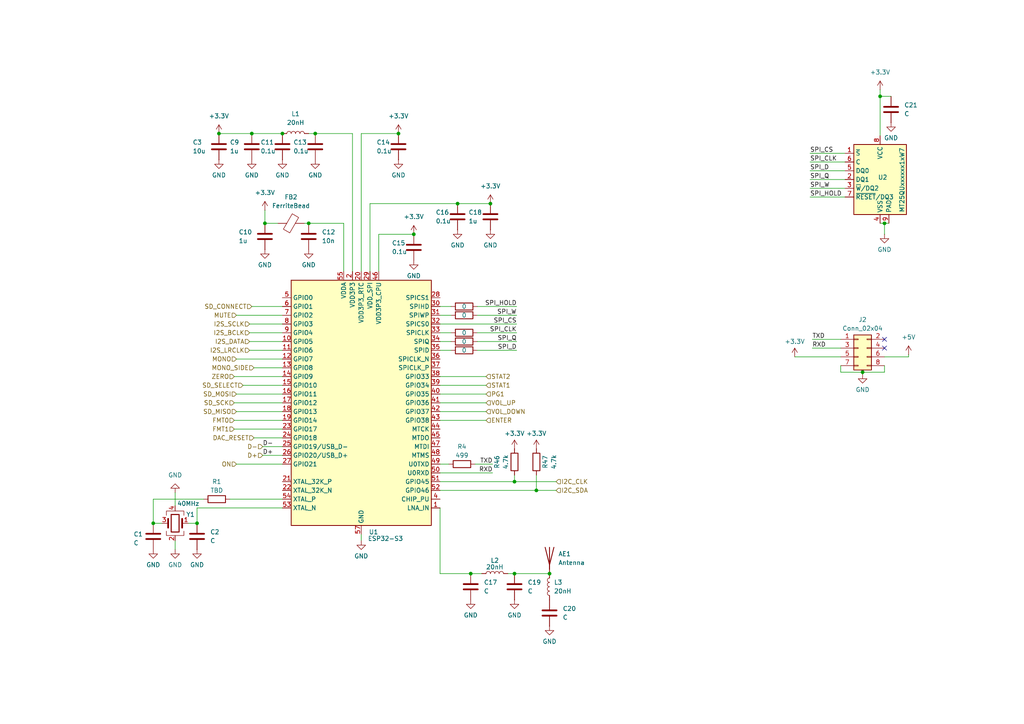
<source format=kicad_sch>
(kicad_sch (version 20231120) (generator "eeschema") (generator_version "8.0")
  (paper "A4")
  (lib_symbols
    (symbol "Device:Antenna" (pin_numbers hide) (pin_names (offset 1.016) hide)
      (property "Reference" "AE" (at -1.905 1.905 0))
      (property "Value" "Antenna" (at -1.905 0 0))
      (symbol "Antenna_0_1"
        (polyline (pts (xy 0 2.54) (xy 0 -3.81)) (stroke (width 0.254)))
        (polyline (pts (xy 1.27 2.54) (xy 0 -2.54) (xy -1.27 2.54)) (stroke (width 0.254)))
      )
      (symbol "Antenna_1_1"
        (pin input line (at 0 -5.08 90) (length 2.54) (name "A") (number "1"))
      )
    )
    (symbol "Device:C" (pin_numbers hide) (pin_names (offset 0.254))
      (property "Reference" "C" (at 0.635 2.54 0))
      (property "Value" "C" (at 0.635 -2.54 0))
      (symbol "C_0_1"
        (polyline (pts (xy -2.032 -0.762) (xy 2.032 -0.762)) (stroke (width 0.508)))
        (polyline (pts (xy -2.032 0.762) (xy 2.032 0.762)) (stroke (width 0.508)))
      )
      (symbol "C_1_1"
        (pin passive line (at 0 3.81 270) (length 2.794) (name "~") (number "1"))
        (pin passive line (at 0 -3.81 90) (length 2.794) (name "~") (number "2"))
      )
    )
    (symbol "Device:Crystal_GND24" (pin_names (offset 1.016) hide)
      (property "Reference" "Y" (at 3.175 5.08 0))
      (property "Value" "Crystal_GND24" (at 3.175 3.175 0))
      (symbol "Crystal_GND24_0_1"
        (rectangle (start -1.143 2.54) (end 1.143 -2.54) (stroke (width 0.3048)))
        (polyline (pts (xy -2.54 0) (xy -2.032 0)))
        (polyline (pts (xy -2.032 -1.27) (xy -2.032 1.27)) (stroke (width 0.508)))
        (polyline (pts (xy 0 -3.81) (xy 0 -3.556)))
        (polyline (pts (xy 0 3.556) (xy 0 3.81)))
        (polyline (pts (xy 2.032 -1.27) (xy 2.032 1.27)) (stroke (width 0.508)))
        (polyline (pts (xy 2.032 0) (xy 2.54 0)))
        (polyline (pts (xy -2.54 -2.286) (xy -2.54 -3.556) (xy 2.54 -3.556) (xy 2.54 -2.286)))
        (polyline (pts (xy -2.54 2.286) (xy -2.54 3.556) (xy 2.54 3.556) (xy 2.54 2.286)))
      )
      (symbol "Crystal_GND24_1_1"
        (pin passive line (at -3.81 0 0) (length 1.27) (name "1") (number "1"))
        (pin passive line (at 0 5.08 270) (length 1.27) (name "2") (number "2"))
        (pin passive line (at 3.81 0 180) (length 1.27) (name "3") (number "3"))
        (pin passive line (at 0 -5.08 90) (length 1.27) (name "4") (number "4"))
      )
    )
    (symbol "Device:FerriteBead" (pin_numbers hide) (pin_names (offset 0))
      (property "Reference" "FB" (at -3.81 0.635 90))
      (property "Value" "FerriteBead" (at 3.81 0 90))
      (symbol "FerriteBead_0_1"
        (polyline (pts (xy 0 -1.27) (xy 0 -1.2192)))
        (polyline (pts (xy 0 1.27) (xy 0 1.2954)))
        (polyline (pts (xy -2.7686 0.4064) (xy -1.7018 2.2606) (xy 2.7686 -0.3048) (xy 1.6764 -2.159) (xy -2.7686 0.4064)))
      )
      (symbol "FerriteBead_1_1"
        (pin passive line (at 0 3.81 270) (length 2.54) (name "~") (number "1"))
        (pin passive line (at 0 -3.81 90) (length 2.54) (name "~") (number "2"))
      )
    )
    (symbol "Device:L" (pin_numbers hide) (pin_names (offset 1.016) hide)
      (property "Reference" "L" (at -1.27 0 90))
      (property "Value" "L" (at 1.905 0 90))
      (symbol "L_0_1"
        (arc (start 0 -2.54) (mid 0.6323 -1.905) (end 0 -1.27))
        (arc (start 0 -1.27) (mid 0.6323 -0.635) (end 0 0))
        (arc (start 0 0) (mid 0.6323 0.635) (end 0 1.27))
        (arc (start 0 1.27) (mid 0.6323 1.905) (end 0 2.54))
      )
      (symbol "L_1_1"
        (pin passive line (at 0 3.81 270) (length 1.27) (name "1") (number "1"))
        (pin passive line (at 0 -3.81 90) (length 1.27) (name "2") (number "2"))
      )
    )
    (symbol "Device:R" (pin_numbers hide) (pin_names (offset 0))
      (property "Reference" "R" (at 2.032 0 90))
      (property "Value" "R" (at 0 0 90))
      (symbol "R_0_1"
        (rectangle (start -1.016 -2.54) (end 1.016 2.54) (stroke (width 0.254)))
      )
      (symbol "R_1_1"
        (pin passive line (at 0 3.81 270) (length 1.27) (name "~") (number "1"))
        (pin passive line (at 0 -3.81 90) (length 1.27) (name "~") (number "2"))
      )
    )
    (symbol "MCU_Espressif:ESP32-S3"
      (property "Reference" "U" (at 10.16 -38.1 0))
      (property "Value" "ESP32-S3" (at 13.97 -40.64 0))
      (symbol "ESP32-S3_0_1"
        (rectangle (start -20.32 35.56) (end 20.32 -35.56) (stroke (width 0.254)) (fill (type background)))
      )
      (symbol "ESP32-S3_1_0"
        (pin bidirectional line (at 22.86 12.7 180) (length 2.54) (name "SPICLK_N") (number "36"))
        (pin bidirectional line (at 22.86 -10.16 180) (length 2.54) (name "MTDO") (number "45"))
        (pin bidirectional line (at 22.86 -22.86 180) (length 2.54) (name "GPIO45") (number "51"))
        (pin passive line (at -5.08 38.1 270) (length 2.54) hide (name "VDDA") (number "56"))
      )
      (symbol "ESP32-S3_1_1"
        (pin bidirectional line (at 22.86 -30.48 180) (length 2.54) (name "LNA_IN") (number "1"))
        (pin bidirectional line (at -22.86 17.78 0) (length 2.54) (name "GPIO5") (number "10"))
        (pin bidirectional line (at -22.86 15.24 0) (length 2.54) (name "GPIO6") (number "11"))
        (pin bidirectional line (at -22.86 12.7 0) (length 2.54) (name "GPIO7") (number "12"))
        (pin bidirectional line (at -22.86 10.16 0) (length 2.54) (name "GPIO8") (number "13"))
        (pin bidirectional line (at -22.86 7.62 0) (length 2.54) (name "GPIO9") (number "14"))
        (pin bidirectional line (at -22.86 5.08 0) (length 2.54) (name "GPIO10") (number "15"))
        (pin bidirectional line (at -22.86 2.54 0) (length 2.54) (name "GPIO11") (number "16"))
        (pin bidirectional line (at -22.86 0 0) (length 2.54) (name "GPIO12") (number "17"))
        (pin bidirectional line (at -22.86 -2.54 0) (length 2.54) (name "GPIO13") (number "18"))
        (pin bidirectional line (at -22.86 -5.08 0) (length 2.54) (name "GPIO14") (number "19"))
        (pin power_in line (at -2.54 38.1 270) (length 2.54) (name "VDD3P3") (number "2"))
        (pin power_in line (at 0 38.1 270) (length 2.54) (name "VDD3P3_RTC") (number "20"))
        (pin passive line (at -22.86 -22.86 0) (length 2.54) (name "XTAL_32K_P") (number "21"))
        (pin passive line (at -22.86 -25.4 0) (length 2.54) (name "XTAL_32K_N") (number "22"))
        (pin bidirectional line (at -22.86 -7.62 0) (length 2.54) (name "GPIO17") (number "23"))
        (pin bidirectional line (at -22.86 -10.16 0) (length 2.54) (name "GPIO18") (number "24"))
        (pin bidirectional line (at -22.86 -12.7 0) (length 2.54) (name "GPIO19/USB_D-") (number "25"))
        (pin bidirectional line (at -22.86 -15.24 0) (length 2.54) (name "GPIO20/USB_D+") (number "26"))
        (pin bidirectional line (at -22.86 -17.78 0) (length 2.54) (name "GPIO21") (number "27"))
        (pin bidirectional line (at 22.86 30.48 180) (length 2.54) (name "SPICS1") (number "28"))
        (pin power_in line (at 2.54 38.1 270) (length 2.54) (name "VDD_SPI") (number "29"))
        (pin passive line (at -2.54 38.1 270) (length 2.54) hide (name "VDD3P3") (number "3"))
        (pin bidirectional line (at 22.86 27.94 180) (length 2.54) (name "SPIHD") (number "30"))
        (pin bidirectional line (at 22.86 25.4 180) (length 2.54) (name "SPIWP") (number "31"))
        (pin bidirectional line (at 22.86 22.86 180) (length 2.54) (name "SPICS0") (number "32"))
        (pin bidirectional line (at 22.86 20.32 180) (length 2.54) (name "SPICLK") (number "33"))
        (pin bidirectional line (at 22.86 17.78 180) (length 2.54) (name "SPIQ") (number "34"))
        (pin bidirectional line (at 22.86 15.24 180) (length 2.54) (name "SPID") (number "35"))
        (pin bidirectional line (at 22.86 10.16 180) (length 2.54) (name "SPICLK_P") (number "37"))
        (pin bidirectional line (at 22.86 7.62 180) (length 2.54) (name "GPIO33") (number "38"))
        (pin bidirectional line (at 22.86 5.08 180) (length 2.54) (name "GPIO34") (number "39"))
        (pin input line (at 22.86 -27.94 180) (length 2.54) (name "CHIP_PU") (number "4"))
        (pin bidirectional line (at 22.86 2.54 180) (length 2.54) (name "GPIO35") (number "40"))
        (pin bidirectional line (at 22.86 0 180) (length 2.54) (name "GPIO36") (number "41"))
        (pin bidirectional line (at 22.86 -2.54 180) (length 2.54) (name "GPIO37") (number "42"))
        (pin bidirectional line (at 22.86 -5.08 180) (length 2.54) (name "GPIO38") (number "43"))
        (pin bidirectional line (at 22.86 -7.62 180) (length 2.54) (name "MTCK") (number "44"))
        (pin power_in line (at 5.08 38.1 270) (length 2.54) (name "VDD3P3_CPU") (number "46"))
        (pin bidirectional line (at 22.86 -12.7 180) (length 2.54) (name "MTDI") (number "47"))
        (pin bidirectional line (at 22.86 -15.24 180) (length 2.54) (name "MTMS") (number "48"))
        (pin bidirectional line (at 22.86 -17.78 180) (length 2.54) (name "U0TXD") (number "49"))
        (pin bidirectional line (at -22.86 30.48 0) (length 2.54) (name "GPIO0") (number "5"))
        (pin bidirectional line (at 22.86 -20.32 180) (length 2.54) (name "U0RXD") (number "50"))
        (pin bidirectional line (at 22.86 -25.4 180) (length 2.54) (name "GPIO46") (number "52"))
        (pin output line (at -22.86 -30.48 0) (length 2.54) (name "XTAL_N") (number "53"))
        (pin input line (at -22.86 -27.94 0) (length 2.54) (name "XTAL_P") (number "54"))
        (pin power_in line (at -5.08 38.1 270) (length 2.54) (name "VDDA") (number "55"))
        (pin power_in line (at 0 -38.1 90) (length 2.54) (name "GND") (number "57"))
        (pin bidirectional line (at -22.86 27.94 0) (length 2.54) (name "GPIO1") (number "6"))
        (pin bidirectional line (at -22.86 25.4 0) (length 2.54) (name "GPIO2") (number "7"))
        (pin bidirectional line (at -22.86 22.86 0) (length 2.54) (name "GPIO3") (number "8"))
        (pin bidirectional line (at -22.86 20.32 0) (length 2.54) (name "GPIO4") (number "9"))
      )
    )
    (symbol "Memory_Flash:MT25QUxxxxxx1xW7"
      (property "Reference" "U" (at -10.16 10.16 0))
      (property "Value" "MT25QUxxxxxx1xW7" (at 8.89 11.43 0))
      (symbol "MT25QUxxxxxx1xW7_0_1"
        (rectangle (start -7.62 10.16) (end 7.62 -10.16) (stroke (width 0.254)) (fill (type background)))
      )
      (symbol "MT25QUxxxxxx1xW7_1_1"
        (pin input line (at -10.16 7.62 0) (length 2.54) (name "~{S}") (number "1"))
        (pin bidirectional line (at -10.16 0 0) (length 2.54) (name "DQ1") (number "2"))
        (pin input line (at -10.16 -2.54 0) (length 2.54) (name "~{W}/DQ2") (number "3"))
        (pin power_in line (at 0 -12.7 90) (length 2.54) (name "VSS") (number "4"))
        (pin bidirectional line (at -10.16 2.54 0) (length 2.54) (name "DQ0") (number "5"))
        (pin input line (at -10.16 5.08 0) (length 2.54) (name "C") (number "6"))
        (pin input line (at -10.16 -5.08 0) (length 2.54) (name "~{RESET}/DQ3") (number "7"))
        (pin power_in line (at 0 12.7 270) (length 2.54) (name "VCC") (number "8"))
        (pin power_in line (at 2.54 -12.7 90) (length 2.54) (name "PAD") (number "9"))
      )
    )
    (symbol "PCM_4ms_Connector:Conn_02x04" (pin_names (offset 1.016) hide)
      (property "Reference" "J" (at 1.27 5.08 0))
      (property "Value" "Conn_02x04" (at 1.27 -7.62 0))
      (symbol "Conn_02x04_1_1"
        (rectangle (start -1.27 -4.953) (end 0 -5.207) (stroke (width 0.1524)))
        (rectangle (start -1.27 -2.413) (end 0 -2.667) (stroke (width 0.1524)))
        (rectangle (start -1.27 0.127) (end 0 -0.127) (stroke (width 0.1524)))
        (rectangle (start -1.27 2.667) (end 0 2.413) (stroke (width 0.1524)))
        (rectangle (start -1.27 3.81) (end 3.81 -6.35) (stroke (width 0.254)) (fill (type background)))
        (rectangle (start 3.81 -4.953) (end 2.54 -5.207) (stroke (width 0.1524)))
        (rectangle (start 3.81 -2.413) (end 2.54 -2.667) (stroke (width 0.1524)))
        (rectangle (start 3.81 0.127) (end 2.54 -0.127) (stroke (width 0.1524)))
        (rectangle (start 3.81 2.667) (end 2.54 2.413) (stroke (width 0.1524)))
        (pin passive line (at -5.08 2.54 0) (length 3.81) (name "Pin_1") (number "1"))
        (pin passive line (at 7.62 2.54 180) (length 3.81) (name "Pin_2") (number "2"))
        (pin passive line (at -5.08 0 0) (length 3.81) (name "Pin_3") (number "3"))
        (pin passive line (at 7.62 0 180) (length 3.81) (name "Pin_4") (number "4"))
        (pin passive line (at -5.08 -2.54 0) (length 3.81) (name "Pin_5") (number "5"))
        (pin passive line (at 7.62 -2.54 180) (length 3.81) (name "Pin_6") (number "6"))
        (pin passive line (at -5.08 -5.08 0) (length 3.81) (name "Pin_7") (number "7"))
        (pin passive line (at 7.62 -5.08 180) (length 3.81) (name "Pin_8") (number "8"))
      )
    )
    (symbol "power:+3.3V" (power) (pin_numbers hide) (pin_names (offset 0) hide)
      (property "Value" "+3.3V" (at 0 3.556 0))
      (symbol "+3.3V_0_1"
        (polyline (pts (xy -0.762 1.27) (xy 0 2.54)))
        (polyline (pts (xy 0 0) (xy 0 2.54)))
        (polyline (pts (xy 0 2.54) (xy 0.762 1.27)))
      )
      (symbol "+3.3V_1_1"
        (pin power_in line (at 0 0 90) (length 0) (name "~") (number "1"))
      )
    )
    (symbol "power:+5V" (power) (pin_numbers hide) (pin_names (offset 0) hide)
      (property "Value" "+5V" (at 0 3.556 0))
      (symbol "+5V_0_1"
        (polyline (pts (xy -0.762 1.27) (xy 0 2.54)))
        (polyline (pts (xy 0 0) (xy 0 2.54)))
        (polyline (pts (xy 0 2.54) (xy 0.762 1.27)))
      )
      (symbol "+5V_1_1"
        (pin power_in line (at 0 0 90) (length 0) (name "~") (number "1"))
      )
    )
    (symbol "power:GND" (power) (pin_numbers hide) (pin_names (offset 0) hide)
      (property "Value" "GND" (at 0 -3.81 0))
      (symbol "GND_0_1"
        (polyline (pts (xy 0 0) (xy 0 -1.27) (xy 1.27 -1.27) (xy 0 -2.54) (xy -1.27 -1.27) (xy 0 -1.27)))
      )
      (symbol "GND_1_1"
        (pin power_in line (at 0 0 270) (length 0) (name "~") (number "1"))
      )
    )
  )
  (junction (at 91.44 38.735))
  (junction (at 120.015 67.945))
  (junction (at 149.225 166.37))
  (junction (at 89.535 64.77))
  (junction (at 142.24 59.055))
  (junction (at 73.025 38.735))
  (junction (at 44.45 151.765))
  (junction (at 115.57 38.735))
  (junction (at 159.385 166.37))
  (junction (at 63.5 38.735))
  (junction (at 132.715 59.055))
  (junction (at 81.915 38.735))
  (junction (at 250.19 107.95))
  (junction (at 136.525 166.37))
  (junction (at 76.835 64.77))
  (junction (at 256.54 64.77))
  (junction (at 155.575 142.24))
  (junction (at 255.27 27.94))
  (junction (at 149.225 139.7))
  (junction (at 57.15 151.765))
  (no_connect (at 256.54 98.425))
  (no_connect (at 256.54 100.965))
  (wire (pts (xy 127.635 166.37) (xy 127.635 147.32)))
  (wire (pts (xy 256.54 103.505) (xy 263.525 103.505)))
  (wire (pts (xy 138.43 96.52) (xy 149.86 96.52)))
  (wire (pts (xy 68.58 104.14) (xy 81.915 104.14)))
  (wire (pts (xy 67.945 109.22) (xy 81.915 109.22)))
  (wire (pts (xy 127.635 99.06) (xy 130.81 99.06)))
  (wire (pts (xy 245.11 46.99) (xy 234.95 46.99)))
  (wire (pts (xy 243.84 98.425) (xy 235.585 98.425)))
  (wire (pts (xy 136.525 166.37) (xy 139.7 166.37)))
  (wire (pts (xy 67.945 124.46) (xy 81.915 124.46)))
  (wire (pts (xy 138.43 99.06) (xy 149.86 99.06)))
  (wire (pts (xy 137.795 134.62) (xy 142.875 134.62)))
  (wire (pts (xy 245.11 52.07) (xy 234.95 52.07)))
  (wire (pts (xy 107.315 59.055) (xy 132.715 59.055)))
  (wire (pts (xy 250.19 107.95) (xy 256.54 107.95)))
  (wire (pts (xy 140.97 114.3) (xy 127.635 114.3)))
  (wire (pts (xy 127.635 96.52) (xy 130.81 96.52)))
  (wire (pts (xy 68.58 91.44) (xy 81.915 91.44)))
  (wire (pts (xy 67.945 116.84) (xy 81.915 116.84)))
  (wire (pts (xy 230.505 103.505) (xy 243.84 103.505)))
  (wire (pts (xy 67.945 121.92) (xy 81.915 121.92)))
  (wire (pts (xy 72.39 96.52) (xy 81.915 96.52)))
  (wire (pts (xy 140.97 109.22) (xy 127.635 109.22)))
  (wire (pts (xy 76.835 60.96) (xy 76.835 64.77)))
  (wire (pts (xy 155.575 137.795) (xy 155.575 142.24)))
  (wire (pts (xy 255.27 27.94) (xy 255.27 39.37)))
  (wire (pts (xy 245.11 44.45) (xy 234.95 44.45)))
  (wire (pts (xy 104.775 78.74) (xy 104.775 38.735)))
  (wire (pts (xy 127.635 142.24) (xy 155.575 142.24)))
  (wire (pts (xy 256.54 64.77) (xy 257.81 64.77)))
  (wire (pts (xy 63.5 38.735) (xy 73.025 38.735)))
  (wire (pts (xy 250.19 108.585) (xy 250.19 107.95)))
  (wire (pts (xy 243.84 107.95) (xy 243.84 106.045)))
  (wire (pts (xy 107.315 59.055) (xy 107.315 78.74)))
  (wire (pts (xy 81.915 132.08) (xy 76.2 132.08)))
  (wire (pts (xy 88.265 64.77) (xy 89.535 64.77)))
  (wire (pts (xy 44.45 144.78) (xy 44.45 151.765)))
  (wire (pts (xy 245.11 49.53) (xy 234.95 49.53)))
  (wire (pts (xy 68.58 114.3) (xy 81.915 114.3)))
  (wire (pts (xy 250.19 107.95) (xy 243.84 107.95)))
  (wire (pts (xy 72.39 93.98) (xy 81.915 93.98)))
  (wire (pts (xy 73.66 127) (xy 81.915 127)))
  (wire (pts (xy 140.97 119.38) (xy 127.635 119.38)))
  (wire (pts (xy 59.055 144.78) (xy 44.45 144.78)))
  (wire (pts (xy 73.025 38.735) (xy 81.915 38.735)))
  (wire (pts (xy 255.27 26.035) (xy 255.27 27.94)))
  (wire (pts (xy 109.855 78.74) (xy 109.855 67.945)))
  (wire (pts (xy 245.11 57.15) (xy 234.95 57.15)))
  (wire (pts (xy 76.2 129.54) (xy 81.915 129.54)))
  (wire (pts (xy 89.535 38.735) (xy 91.44 38.735)))
  (wire (pts (xy 89.535 64.77) (xy 99.695 64.77)))
  (wire (pts (xy 127.635 134.62) (xy 130.175 134.62)))
  (wire (pts (xy 140.97 121.92) (xy 127.635 121.92)))
  (wire (pts (xy 50.8 159.385) (xy 50.8 156.845)))
  (wire (pts (xy 155.575 142.24) (xy 161.29 142.24)))
  (wire (pts (xy 73.66 106.68) (xy 81.915 106.68)))
  (wire (pts (xy 50.8 142.875) (xy 50.8 146.685)))
  (wire (pts (xy 127.635 93.98) (xy 149.86 93.98)))
  (wire (pts (xy 147.32 166.37) (xy 149.225 166.37)))
  (wire (pts (xy 76.835 64.77) (xy 80.645 64.77)))
  (wire (pts (xy 149.225 166.37) (xy 159.385 166.37)))
  (wire (pts (xy 138.43 91.44) (xy 149.86 91.44)))
  (wire (pts (xy 109.855 67.945) (xy 120.015 67.945)))
  (wire (pts (xy 57.15 151.765) (xy 54.61 151.765)))
  (wire (pts (xy 91.44 38.735) (xy 102.235 38.735)))
  (wire (pts (xy 132.715 59.055) (xy 142.24 59.055)))
  (wire (pts (xy 149.225 139.7) (xy 161.29 139.7)))
  (wire (pts (xy 149.225 137.795) (xy 149.225 139.7)))
  (wire (pts (xy 256.54 107.95) (xy 256.54 106.045)))
  (wire (pts (xy 263.525 102.87) (xy 263.525 103.505)))
  (wire (pts (xy 127.635 91.44) (xy 130.81 91.44)))
  (wire (pts (xy 104.775 38.735) (xy 115.57 38.735)))
  (wire (pts (xy 68.58 134.62) (xy 81.915 134.62)))
  (wire (pts (xy 138.43 101.6) (xy 149.86 101.6)))
  (wire (pts (xy 127.635 166.37) (xy 136.525 166.37)))
  (wire (pts (xy 99.695 78.74) (xy 99.695 64.77)))
  (wire (pts (xy 243.84 100.965) (xy 235.585 100.965)))
  (wire (pts (xy 104.775 156.845) (xy 104.775 154.94)))
  (wire (pts (xy 68.58 119.38) (xy 81.915 119.38)))
  (wire (pts (xy 57.15 147.32) (xy 57.15 151.765)))
  (wire (pts (xy 72.39 99.06) (xy 81.915 99.06)))
  (wire (pts (xy 140.97 111.76) (xy 127.635 111.76)))
  (wire (pts (xy 57.15 147.32) (xy 81.915 147.32)))
  (wire (pts (xy 44.45 151.765) (xy 46.99 151.765)))
  (wire (pts (xy 73.025 88.9) (xy 81.915 88.9)))
  (wire (pts (xy 81.915 111.76) (xy 70.485 111.76)))
  (wire (pts (xy 138.43 88.9) (xy 149.86 88.9)))
  (wire (pts (xy 127.635 137.16) (xy 142.875 137.16)))
  (wire (pts (xy 102.235 78.74) (xy 102.235 38.735)))
  (wire (pts (xy 140.97 116.84) (xy 127.635 116.84)))
  (wire (pts (xy 245.11 54.61) (xy 234.95 54.61)))
  (wire (pts (xy 66.675 144.78) (xy 81.915 144.78)))
  (wire (pts (xy 127.635 88.9) (xy 130.81 88.9)))
  (wire (pts (xy 255.27 64.77) (xy 256.54 64.77)))
  (wire (pts (xy 256.54 64.77) (xy 256.54 67.945)))
  (wire (pts (xy 127.635 139.7) (xy 149.225 139.7)))
  (wire (pts (xy 255.27 27.94) (xy 258.445 27.94)))
  (wire (pts (xy 127.635 101.6) (xy 130.81 101.6)))
  (wire (pts (xy 72.39 101.6) (xy 81.915 101.6)))
  (label "SPI_Q" (at 149.86 99.06 180))
  (label "RXD" (at 235.585 100.965 0))
  (label "SPI_CLK" (at 234.95 46.99 0))
  (label "RXD" (at 142.875 137.16 180))
  (label "SPI_D" (at 149.86 101.6 180))
  (label "SPI_HOLD" (at 149.86 88.9 180))
  (label "SPI_CS" (at 234.95 44.45 0))
  (label "TXD" (at 235.585 98.425 0))
  (label "SPI_Q" (at 234.95 52.07 0))
  (label "SPI_W" (at 149.86 91.44 180))
  (label "D+" (at 76.2 132.08 0))
  (label "SPI_HOLD" (at 234.95 57.15 0))
  (label "SPI_CS" (at 149.86 93.98 180))
  (label "SPI_W" (at 234.95 54.61 0))
  (label "SPI_D" (at 234.95 49.53 0))
  (label "SPI_CLK" (at 149.86 96.52 180))
  (label "TXD" (at 142.875 134.62 180))
  (label "D-" (at 76.2 129.54 0))
  (hierarchical_label "D-" (shape input) (at 76.2 129.54 180))
  (hierarchical_label "I2S_DATA" (shape input) (at 72.39 99.06 180))
  (hierarchical_label "SD_SCK" (shape input) (at 67.945 116.84 180))
  (hierarchical_label "ENTER" (shape input) (at 140.97 121.92 0))
  (hierarchical_label "STAT2" (shape input) (at 140.97 109.22 0))
  (hierarchical_label "MUTE" (shape input) (at 68.58 91.44 180))
  (hierarchical_label "VOL_UP" (shape input) (at 140.97 116.84 0))
  (hierarchical_label "SD_MOSI" (shape input) (at 68.58 114.3 180))
  (hierarchical_label "I2S_LRCLK" (shape input) (at 72.39 101.6 180))
  (hierarchical_label "VOL_DOWN" (shape input) (at 140.97 119.38 0))
  (hierarchical_label "I2S_SCLK" (shape input) (at 72.39 93.98 180))
  (hierarchical_label "FMT0" (shape input) (at 67.945 121.92 180))
  (hierarchical_label "MONO_SIDE" (shape input) (at 73.66 106.68 180))
  (hierarchical_label "I2C_SDA" (shape input) (at 161.29 142.24 0))
  (hierarchical_label "FMT1" (shape input) (at 67.945 124.46 180))
  (hierarchical_label "I2S_BCLK" (shape input) (at 72.39 96.52 180))
  (hierarchical_label "SD_CONNECT" (shape input) (at 73.025 88.9 180))
  (hierarchical_label "DAC_RESET" (shape input) (at 73.66 127 180))
  (hierarchical_label "SD_MISO" (shape input) (at 68.58 119.38 180))
  (hierarchical_label "STAT1" (shape input) (at 140.97 111.76 0))
  (hierarchical_label "MONO" (shape input) (at 68.58 104.14 180))
  (hierarchical_label "D+" (shape input) (at 76.2 132.08 180))
  (hierarchical_label "SD_SELECT" (shape input) (at 70.485 111.76 180))
  (hierarchical_label "PG1" (shape input) (at 140.97 114.3 0))
  (hierarchical_label "I2C_CLK" (shape input) (at 161.29 139.7 0))
  (hierarchical_label "ON" (shape input) (at 68.58 134.62 180))
  (hierarchical_label "ZERO" (shape input) (at 67.945 109.22 180))
  (symbol (lib_id "power:GND") (at 91.44 46.355 0) (unit 1)
    (property "Reference" "#PWR026" (effects (hide yes)))
    (property "Value" "GND" (at 91.44 50.8 0))
    (property "Description" "Power symbol creates a global label with name \"GND\" , ground" (effects (hide yes)))
  )
  (symbol (lib_id "Device:R") (at 62.865 144.78 90) (unit 1)
    (property "Reference" "R1" (at 62.865 139.7 90))
    (property "Value" "TBD" (at 62.865 142.24 90))
    (property "Footprint" "Diode_SMD:D_0402_1005Metric" (effects (hide yes)))
    (property "Description" "Resistor" (effects (hide yes)))
  )
  (symbol (lib_id "power:GND") (at 44.45 159.385 0) (unit 1)
    (property "Reference" "#PWR01" (effects (hide yes)))
    (property "Value" "GND" (at 44.45 163.83 0))
    (property "Description" "Power symbol creates a global label with name \"GND\" , ground" (effects (hide yes)))
  )
  (symbol (lib_id "Device:C") (at 44.45 155.575 0) (unit 1)
    (property "Reference" "C1" (at 38.735 154.94 0) (effects (justify left)))
    (property "Value" "C" (at 38.735 157.48 0) (effects (justify left)))
    (property "Footprint" "Capacitor_SMD:C_0402_1005Metric" (effects (hide yes)))
    (property "Description" "Unpolarized capacitor" (effects (hide yes)))
  )
  (symbol (lib_id "MCU_Espressif:ESP32-S3") (at 104.775 116.84 0) (unit 1)
    (property "Reference" "U1" (at 106.9691 154.305 0) (effects (justify left)))
    (property "Value" "ESP32-S3" (at 106.68 156.21 0) (effects (justify left)))
    (property "Footprint" "Package_DFN_QFN:QFN-56-1EP_7x7mm_P0.4mm_EP4x4mm" (effects (hide yes)))
    (property "Datasheet" "https://www.espressif.com/sites/default/files/documentation/esp32-s3_datasheet_en.pdf" (effects (hide yes)))
    (property "Description" "Microcontroller, Wi-Fi 802.11b/g/n, Bluetooth, 32bit" (effects (hide yes)))
  )
  (symbol (lib_id "power:GND") (at 159.385 181.61 0) (unit 1)
    (property "Reference" "#PWR037" (effects (hide yes)))
    (property "Value" "GND" (at 159.385 186.055 0))
    (property "Description" "Power symbol creates a global label with name \"GND\" , ground" (effects (hide yes)))
  )
  (symbol (lib_id "Device:C") (at 63.5 42.545 0) (unit 1)
    (property "Reference" "C3" (at 55.88 41.275 0) (effects (justify left)))
    (property "Value" "10u" (at 55.88 43.815 0) (effects (justify left)))
    (property "Footprint" "Capacitor_SMD:C_0402_1005Metric" (effects (hide yes)))
    (property "Description" "Unpolarized capacitor" (effects (hide yes)))
  )
  (symbol (lib_id "power:GND") (at 149.225 173.99 0) (unit 1)
    (property "Reference" "#PWR036" (effects (hide yes)))
    (property "Value" "GND" (at 149.225 178.435 0))
    (property "Description" "Power symbol creates a global label with name \"GND\" , ground" (effects (hide yes)))
  )
  (symbol (lib_id "Device:Crystal_GND24") (at 50.8 151.765 180) (unit 1)
    (property "Reference" "Y1" (at 55.245 149.225 0))
    (property "Value" "40MHz" (at 54.61 146.05 0))
    (property "Footprint" "Crystal:Crystal_SMD_SeikoEpson_TSX3225-4Pin_3.2x2.5mm" (effects (hide yes)))
    (property "Description" "Four pin crystal, GND on pins 2 and 4" (effects (hide yes)))
  )
  (symbol (lib_id "power:GND") (at 115.57 46.355 0) (unit 1)
    (property "Reference" "#PWR029" (effects (hide yes)))
    (property "Value" "GND" (at 115.57 50.8 0))
    (property "Description" "Power symbol creates a global label with name \"GND\" , ground" (effects (hide yes)))
  )
  (symbol (lib_id "Device:C") (at 89.535 68.58 0) (unit 1)
    (property "Reference" "C12" (at 93.345 67.3099 0) (effects (justify left)))
    (property "Value" "10n" (at 93.345 69.8499 0) (effects (justify left)))
    (property "Footprint" "Capacitor_SMD:C_0402_1005Metric" (effects (hide yes)))
    (property "Description" "Unpolarized capacitor" (effects (hide yes)))
  )
  (symbol (lib_id "power:+3.3V") (at 142.24 59.055 0) (unit 1)
    (property "Reference" "#PWR034" (effects (hide yes)))
    (property "Value" "+3.3V" (at 142.24 53.975 0))
    (property "Description" "Power symbol creates a global label with name \"+3.3V\"" (effects (hide yes)))
  )
  (symbol (lib_id "Device:R") (at 134.62 91.44 90) (unit 1)
    (property "Reference" "R6" (effects (hide yes)))
    (property "Value" "0" (at 134.62 91.44 90))
    (property "Footprint" "Diode_SMD:D_0402_1005Metric" (effects (hide yes)))
    (property "Description" "Resistor" (effects (hide yes)))
  )
  (symbol (lib_id "power:GND") (at 73.025 46.355 0) (unit 1)
    (property "Reference" "#PWR07" (effects (hide yes)))
    (property "Value" "GND" (at 73.025 50.8 0))
    (property "Description" "Power symbol creates a global label with name \"GND\" , ground" (effects (hide yes)))
  )
  (symbol (lib_id "power:GND") (at 250.19 108.585 0) (unit 1)
    (property "Reference" "#PWR039" (effects (hide yes)))
    (property "Value" "GND" (at 250.19 113.03 0))
    (property "Description" "Power symbol creates a global label with name \"GND\" , ground" (effects (hide yes)))
  )
  (symbol (lib_id "PCM_4ms_Connector:Conn_02x04") (at 248.92 100.965 0) (unit 1)
    (property "Reference" "J2" (at 250.19 92.71 0))
    (property "Value" "Conn_02x04" (at 250.19 95.25 0))
    (property "Footprint" "4ms_Connector:Pins_2x04_2.54mm_TH" (effects (hide yes)))
    (property "Description" "HEADER 2x4 MALE PINS 0.100” 180deg" (effects (hide yes)))
    (property "Specifications" "HEADER 2x4 MALE PINS 0.100” 180deg" (effects (hide yes)))
    (property "Manufacturer" "TAD" (effects (hide yes)))
    (property "Part Number" "1-0802FBV0T" (effects (hide yes)))
  )
  (symbol (lib_id "Device:R") (at 149.225 133.985 180) (unit 1)
    (property "Reference" "R46" (at 144.145 133.985 90))
    (property "Value" "4.7k" (at 146.685 133.985 90))
    (property "Footprint" "Diode_SMD:D_0402_1005Metric" (effects (hide yes)))
    (property "Description" "Resistor" (effects (hide yes)))
  )
  (symbol (lib_id "Device:R") (at 134.62 88.9 90) (unit 1)
    (property "Reference" "R5" (effects (hide yes)))
    (property "Value" "0" (at 134.62 88.9 90))
    (property "Footprint" "Diode_SMD:D_0402_1005Metric" (effects (hide yes)))
    (property "Description" "Resistor" (effects (hide yes)))
  )
  (symbol (lib_id "power:GND") (at 132.715 66.675 0) (unit 1)
    (property "Reference" "#PWR032" (effects (hide yes)))
    (property "Value" "GND" (at 132.715 71.12 0))
    (property "Description" "Power symbol creates a global label with name \"GND\" , ground" (effects (hide yes)))
  )
  (symbol (lib_id "power:GND") (at 258.445 35.56 0) (unit 1)
    (property "Reference" "#PWR042" (effects (hide yes)))
    (property "Value" "GND" (at 258.445 40.005 0))
    (property "Description" "Power symbol creates a global label with name \"GND\" , ground" (effects (hide yes)))
  )
  (symbol (lib_id "power:GND") (at 89.535 72.39 0) (unit 1)
    (property "Reference" "#PWR025" (effects (hide yes)))
    (property "Value" "GND" (at 89.535 76.835 0))
    (property "Description" "Power symbol creates a global label with name \"GND\" , ground" (effects (hide yes)))
  )
  (symbol (lib_id "power:+3.3V") (at 155.575 130.175 0) (unit 1)
    (property "Reference" "#PWR0106" (effects (hide yes)))
    (property "Value" "+3.3V" (at 155.575 125.73 0))
    (property "Description" "Power symbol creates a global label with name \"+3.3V\"" (effects (hide yes)))
  )
  (symbol (lib_id "Device:C") (at 136.525 170.18 0) (unit 1)
    (property "Reference" "C17" (at 140.335 168.9099 0) (effects (justify left)))
    (property "Value" "C" (at 140.335 171.4499 0) (effects (justify left)))
    (property "Footprint" "Capacitor_SMD:C_0402_1005Metric" (effects (hide yes)))
    (property "Description" "Unpolarized capacitor" (effects (hide yes)))
  )
  (symbol (lib_id "power:+3.3V") (at 63.5 38.735 0) (unit 1)
    (property "Reference" "#PWR05" (effects (hide yes)))
    (property "Value" "+3.3V" (at 63.5 33.655 0))
    (property "Description" "Power symbol creates a global label with name \"+3.3V\"" (effects (hide yes)))
  )
  (symbol (lib_id "power:+3.3V") (at 230.505 103.505 0) (unit 1)
    (property "Reference" "#PWR038" (effects (hide yes)))
    (property "Value" "+3.3V" (at 230.505 99.06 0))
    (property "Description" "Power symbol creates a global label with name \"+3.3V\"" (effects (hide yes)))
  )
  (symbol (lib_id "Memory_Flash:MT25QUxxxxxx1xW7") (at 255.27 52.07 0) (unit 1)
    (property "Reference" "U2" (at 254.635 51.435 0) (effects (justify left)))
    (property "Value" "MT25QUxxxxxx1xW7" (at 261.62 61.595 90) (effects (justify left)))
    (property "Footprint" "Package_DFN_QFN:W-PDFN-8-1EP_6x5mm_P1.27mm_EP3x3mm" (effects (hide yes)))
    (property "Datasheet" "https://media-www.micron.com/-/media/client/global/documents/products/data-sheet/nor-flash/serial-nor/mt25q/die-rev-a/mt25q_qljs_u_256_aba_0.pdf" (effects (hide yes)))
    (property "Description" "Micron 128M/256M/512M/1G/2Gbit, 1.8V Multiple I/O Serial NOR Flash Memory, W-PDFN-8" (effects (hide yes)))
  )
  (symbol (lib_id "Device:C") (at 57.15 155.575 0) (unit 1)
    (property "Reference" "C2" (at 60.96 154.3049 0) (effects (justify left)))
    (property "Value" "C" (at 60.96 156.8449 0) (effects (justify left)))
    (property "Footprint" "Capacitor_SMD:C_0402_1005Metric" (effects (hide yes)))
    (property "Description" "Unpolarized capacitor" (effects (hide yes)))
  )
  (symbol (lib_id "power:GND") (at 142.24 66.675 0) (unit 1)
    (property "Reference" "#PWR035" (effects (hide yes)))
    (property "Value" "GND" (at 142.24 71.12 0))
    (property "Description" "Power symbol creates a global label with name \"GND\" , ground" (effects (hide yes)))
  )
  (symbol (lib_id "Device:L") (at 143.51 166.37 90) (unit 1)
    (property "Reference" "L2" (at 143.51 162.56 90))
    (property "Value" "20nH" (at 143.51 164.465 90))
    (property "Footprint" "LED_SMD:LED_0603_1608Metric" (effects (hide yes)))
    (property "Description" "Inductor" (effects (hide yes)))
  )
  (symbol (lib_id "power:GND") (at 120.015 75.565 0) (unit 1)
    (property "Reference" "#PWR031" (effects (hide yes)))
    (property "Value" "GND" (at 120.015 80.01 0))
    (property "Description" "Power symbol creates a global label with name \"GND\" , ground" (effects (hide yes)))
  )
  (symbol (lib_id "Device:C") (at 149.225 170.18 0) (unit 1)
    (property "Reference" "C19" (at 153.035 168.9099 0) (effects (justify left)))
    (property "Value" "C" (at 153.035 171.4499 0) (effects (justify left)))
    (property "Footprint" "Capacitor_SMD:C_0402_1005Metric" (effects (hide yes)))
    (property "Description" "Unpolarized capacitor" (effects (hide yes)))
  )
  (symbol (lib_id "power:+3.3V") (at 149.225 130.175 0) (unit 1)
    (property "Reference" "#PWR0105" (effects (hide yes)))
    (property "Value" "+3.3V" (at 149.225 125.73 0))
    (property "Description" "Power symbol creates a global label with name \"+3.3V\"" (effects (hide yes)))
  )
  (symbol (lib_id "Device:R") (at 134.62 99.06 90) (unit 1)
    (property "Reference" "R8" (effects (hide yes)))
    (property "Value" "0" (at 134.62 99.06 90))
    (property "Footprint" "Diode_SMD:D_0402_1005Metric" (effects (hide yes)))
    (property "Description" "Resistor" (effects (hide yes)))
  )
  (symbol (lib_id "power:+3.3V") (at 120.015 67.945 0) (unit 1)
    (property "Reference" "#PWR030" (effects (hide yes)))
    (property "Value" "+3.3V" (at 120.015 62.865 0))
    (property "Description" "Power symbol creates a global label with name \"+3.3V\"" (effects (hide yes)))
  )
  (symbol (lib_id "Device:R") (at 134.62 101.6 90) (unit 1)
    (property "Reference" "R37" (effects (hide yes)))
    (property "Value" "0" (at 134.62 101.6 90))
    (property "Footprint" "Diode_SMD:D_0402_1005Metric" (effects (hide yes)))
    (property "Description" "Resistor" (effects (hide yes)))
  )
  (symbol (lib_id "power:GND") (at 50.8 142.875 180) (unit 1)
    (property "Reference" "#PWR02" (effects (hide yes)))
    (property "Value" "GND" (at 50.8 137.795 0))
    (property "Description" "Power symbol creates a global label with name \"GND\" , ground" (effects (hide yes)))
  )
  (symbol (lib_id "Device:C") (at 91.44 42.545 0) (unit 1)
    (property "Reference" "C13" (at 85.09 41.275 0) (effects (justify left)))
    (property "Value" "0.1u" (at 85.09 43.815 0) (effects (justify left)))
    (property "Footprint" "Capacitor_SMD:C_0402_1005Metric" (effects (hide yes)))
    (property "Description" "Unpolarized capacitor" (effects (hide yes)))
  )
  (symbol (lib_id "Device:R") (at 155.575 133.985 180) (unit 1)
    (property "Reference" "R47" (at 158.115 133.985 90))
    (property "Value" "4.7k" (at 160.655 133.985 90))
    (property "Footprint" "Diode_SMD:D_0402_1005Metric" (effects (hide yes)))
    (property "Description" "Resistor" (effects (hide yes)))
  )
  (symbol (lib_id "Device:L") (at 159.385 170.18 180) (unit 1)
    (property "Reference" "L3" (at 160.655 168.9099 0) (effects (justify right)))
    (property "Value" "20nH" (at 160.655 171.4499 0) (effects (justify right)))
    (property "Footprint" "LED_SMD:LED_0603_1608Metric" (effects (hide yes)))
    (property "Description" "Inductor" (effects (hide yes)))
  )
  (symbol (lib_id "power:GND") (at 76.835 72.39 0) (unit 1)
    (property "Reference" "#PWR023" (effects (hide yes)))
    (property "Value" "GND" (at 76.835 76.835 0))
    (property "Description" "Power symbol creates a global label with name \"GND\" , ground" (effects (hide yes)))
  )
  (symbol (lib_id "power:GND") (at 256.54 67.945 0) (unit 1)
    (property "Reference" "#PWR041" (effects (hide yes)))
    (property "Value" "GND" (at 256.54 72.39 0))
    (property "Description" "Power symbol creates a global label with name \"GND\" , ground" (effects (hide yes)))
  )
  (symbol (lib_id "Device:C") (at 142.24 62.865 0) (unit 1)
    (property "Reference" "C18" (at 135.89 61.595 0) (effects (justify left)))
    (property "Value" "1u" (at 135.89 64.135 0) (effects (justify left)))
    (property "Footprint" "Capacitor_SMD:C_0402_1005Metric" (effects (hide yes)))
    (property "Description" "Unpolarized capacitor" (effects (hide yes)))
  )
  (symbol (lib_id "power:GND") (at 104.775 156.845 0) (unit 1)
    (property "Reference" "#PWR027" (effects (hide yes)))
    (property "Value" "GND" (at 104.775 161.29 0))
    (property "Description" "Power symbol creates a global label with name \"GND\" , ground" (effects (hide yes)))
  )
  (symbol (lib_id "Device:C") (at 159.385 177.8 0) (unit 1)
    (property "Reference" "C20" (at 163.195 176.5299 0) (effects (justify left)))
    (property "Value" "C" (at 163.195 179.0699 0) (effects (justify left)))
    (property "Footprint" "Capacitor_SMD:C_0402_1005Metric" (effects (hide yes)))
    (property "Description" "Unpolarized capacitor" (effects (hide yes)))
  )
  (symbol (lib_id "power:GND") (at 50.8 159.385 0) (unit 1)
    (property "Reference" "#PWR03" (effects (hide yes)))
    (property "Value" "GND" (at 50.8 163.83 0))
    (property "Description" "Power symbol creates a global label with name \"GND\" , ground" (effects (hide yes)))
  )
  (symbol (lib_id "power:GND") (at 63.5 46.355 0) (unit 1)
    (property "Reference" "#PWR06" (effects (hide yes)))
    (property "Value" "GND" (at 63.5 50.8 0))
    (property "Description" "Power symbol creates a global label with name \"GND\" , ground" (effects (hide yes)))
  )
  (symbol (lib_id "Device:R") (at 133.985 134.62 90) (unit 1)
    (property "Reference" "R4" (at 133.985 129.54 90))
    (property "Value" "499" (at 133.985 132.08 90))
    (property "Footprint" "Diode_SMD:D_0402_1005Metric" (effects (hide yes)))
    (property "Description" "Resistor" (effects (hide yes)))
  )
  (symbol (lib_id "Device:C") (at 76.835 68.58 0) (unit 1)
    (property "Reference" "C10" (at 69.215 67.31 0) (effects (justify left)))
    (property "Value" "1u" (at 69.215 69.85 0) (effects (justify left)))
    (property "Footprint" "Capacitor_SMD:C_0402_1005Metric" (effects (hide yes)))
    (property "Description" "Unpolarized capacitor" (effects (hide yes)))
  )
  (symbol (lib_id "Device:C") (at 115.57 42.545 0) (unit 1)
    (property "Reference" "C14" (at 109.22 41.275 0) (effects (justify left)))
    (property "Value" "0.1u" (at 109.22 43.815 0) (effects (justify left)))
    (property "Footprint" "Capacitor_SMD:C_0402_1005Metric" (effects (hide yes)))
    (property "Description" "Unpolarized capacitor" (effects (hide yes)))
  )
  (symbol (lib_id "Device:C") (at 120.015 71.755 0) (unit 1)
    (property "Reference" "C15" (at 113.665 70.485 0) (effects (justify left)))
    (property "Value" "0.1u" (at 113.665 73.025 0) (effects (justify left)))
    (property "Footprint" "Capacitor_SMD:C_0402_1005Metric" (effects (hide yes)))
    (property "Description" "Unpolarized capacitor" (effects (hide yes)))
  )
  (symbol (lib_id "power:+3.3V") (at 255.27 26.035 0) (unit 1)
    (property "Reference" "#PWR040" (effects (hide yes)))
    (property "Value" "+3.3V" (at 255.27 20.955 0))
    (property "Description" "Power symbol creates a global label with name \"+3.3V\"" (effects (hide yes)))
  )
  (symbol (lib_id "Device:R") (at 134.62 96.52 90) (unit 1)
    (property "Reference" "R7" (effects (hide yes)))
    (property "Value" "0" (at 134.62 96.52 90))
    (property "Footprint" "Diode_SMD:D_0402_1005Metric" (effects (hide yes)))
    (property "Description" "Resistor" (effects (hide yes)))
  )
  (symbol (lib_id "power:+3.3V") (at 76.835 60.96 0) (unit 1)
    (property "Reference" "#PWR08" (effects (hide yes)))
    (property "Value" "+3.3V" (at 76.835 55.88 0))
    (property "Description" "Power symbol creates a global label with name \"+3.3V\"" (effects (hide yes)))
  )
  (symbol (lib_id "Device:C") (at 81.915 42.545 0) (unit 1)
    (property "Reference" "C11" (at 75.565 41.275 0) (effects (justify left)))
    (property "Value" "0.1u" (at 75.565 43.815 0) (effects (justify left)))
    (property "Footprint" "Capacitor_SMD:C_0402_1005Metric" (effects (hide yes)))
    (property "Description" "Unpolarized capacitor" (effects (hide yes)))
  )
  (symbol (lib_id "Device:C") (at 132.715 62.865 0) (unit 1)
    (property "Reference" "C16" (at 126.365 61.595 0) (effects (justify left)))
    (property "Value" "0.1u" (at 126.365 64.135 0) (effects (justify left)))
    (property "Footprint" "Capacitor_SMD:C_0402_1005Metric" (effects (hide yes)))
    (property "Description" "Unpolarized capacitor" (effects (hide yes)))
  )
  (symbol (lib_id "power:GND") (at 81.915 46.355 0) (unit 1)
    (property "Reference" "#PWR024" (effects (hide yes)))
    (property "Value" "GND" (at 81.915 50.8 0))
    (property "Description" "Power symbol creates a global label with name \"GND\" , ground" (effects (hide yes)))
  )
  (symbol (lib_id "Device:L") (at 85.725 38.735 90) (unit 1)
    (property "Reference" "L1" (at 85.725 33.02 90))
    (property "Value" "20nH" (at 85.725 35.56 90))
    (property "Footprint" "LED_SMD:LED_0603_1608Metric" (effects (hide yes)))
    (property "Description" "Inductor" (effects (hide yes)))
  )
  (symbol (lib_id "power:GND") (at 57.15 159.385 0) (unit 1)
    (property "Reference" "#PWR04" (effects (hide yes)))
    (property "Value" "GND" (at 57.15 163.83 0))
    (property "Description" "Power symbol creates a global label with name \"GND\" , ground" (effects (hide yes)))
  )
  (symbol (lib_id "Device:Antenna") (at 159.385 161.29 0) (unit 1)
    (property "Reference" "AE1" (at 161.925 160.6549 0) (effects (justify left)))
    (property "Value" "Antenna" (at 161.925 163.1949 0) (effects (justify left)))
    (property "Footprint" "RF_Antenna:Texas_SWRA117D_2.4GHz_Left" (effects (hide yes)))
    (property "Description" "Antenna" (effects (hide yes)))
  )
  (symbol (lib_id "power:+3.3V") (at 115.57 38.735 0) (unit 1)
    (property "Reference" "#PWR028" (effects (hide yes)))
    (property "Value" "+3.3V" (at 115.57 33.655 0))
    (property "Description" "Power symbol creates a global label with name \"+3.3V\"" (effects (hide yes)))
  )
  (symbol (lib_id "power:GND") (at 136.525 173.99 0) (unit 1)
    (property "Reference" "#PWR033" (effects (hide yes)))
    (property "Value" "GND" (at 136.525 178.435 0))
    (property "Description" "Power symbol creates a global label with name \"GND\" , ground" (effects (hide yes)))
  )
  (symbol (lib_id "Device:C") (at 73.025 42.545 0) (unit 1)
    (property "Reference" "C9" (at 66.675 41.275 0) (effects (justify left)))
    (property "Value" "1u" (at 66.675 43.815 0) (effects (justify left)))
    (property "Footprint" "Capacitor_SMD:C_0402_1005Metric" (effects (hide yes)))
    (property "Description" "Unpolarized capacitor" (effects (hide yes)))
  )
  (symbol (lib_id "power:+5V") (at 263.525 102.87 0) (unit 1)
    (property "Reference" "#PWR043" (effects (hide yes)))
    (property "Value" "+5V" (at 263.525 97.79 0))
    (property "Description" "Power symbol creates a global label with name \"+5V\"" (effects (hide yes)))
  )
  (symbol (lib_id "Device:C") (at 258.445 31.75 0) (unit 1)
    (property "Reference" "C21" (at 262.255 30.4799 0) (effects (justify left)))
    (property "Value" "C" (at 262.255 33.0199 0) (effects (justify left)))
    (property "Footprint" "Capacitor_SMD:C_0402_1005Metric" (effects (hide yes)))
    (property "Description" "Unpolarized capacitor" (effects (hide yes)))
  )
  (symbol (lib_id "Device:FerriteBead") (at 84.455 64.77 90) (unit 1)
    (property "Reference" "FB2" (at 84.4042 57.15 90))
    (property "Value" "FerriteBead" (at 84.4042 59.69 90))
    (property "Footprint" "Inductor_SMD:L_0603_1608Metric" (effects (hide yes)))
    (property "Description" "Ferrite bead" (effects (hide yes)))
  )
)
</source>
